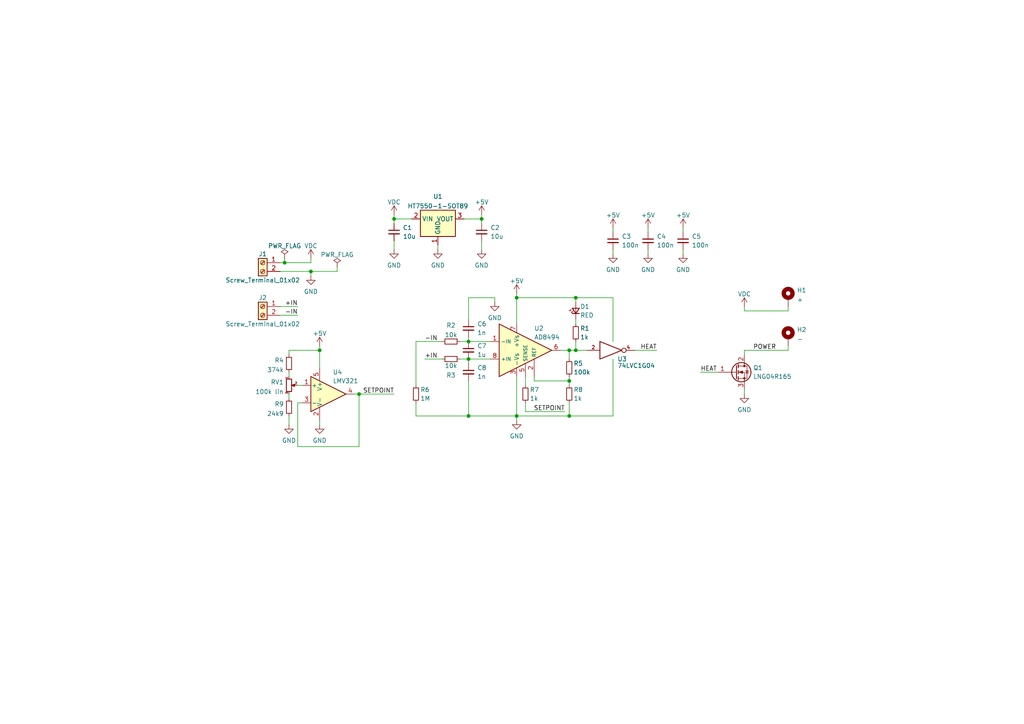
<source format=kicad_sch>
(kicad_sch (version 20211123) (generator eeschema)
  (paper "A4")
  (lib_symbols
    (symbol "74xGxx:74LVC1G04" (pin_names (offset 1.016))
      (property "Reference" "U" (at -2.54 3.81 0))
      (property "Value" "74LVC1G04" (at 0 -3.81 0))
      (symbol "74LVC1G04_0_1"
        (polyline (pts (xy -3.81 2.54) (xy -3.81 -2.54) (xy 2.54 0) (xy -3.81 2.54)) (stroke (width 0.254)))
      )
      (symbol "74LVC1G04_1_1"
        (pin input line (at -7.62 0 0) (length 3.81) (name "~") (number "2"))
        (pin power_in line (at 0 -2.54 270) (length 0) hide (name "GND") (number "3"))
        (pin output inverted (at 6.35 0 180) (length 3.81) (name "~") (number "4"))
        (pin power_in line (at 0 2.54 90) (length 0) hide (name "VCC") (number "5"))
      )
    )
    (symbol "Amplifier_Operational:LMV321" (pin_names (offset 0.127))
      (property "Reference" "U" (at 0 5.08 0))
      (property "Value" "LMV321" (at 0 -5.08 0))
      (symbol "LMV321_0_1"
        (polyline (pts (xy -5.08 5.08) (xy 5.08 0) (xy -5.08 -5.08) (xy -5.08 5.08)) (stroke (width 0.254)) (fill (type background)))
        (pin power_in line (at -2.54 -7.62 90) (length 3.81) (name "V-") (number "2"))
        (pin power_in line (at -2.54 7.62 270) (length 3.81) (name "V+") (number "5"))
      )
      (symbol "LMV321_1_1"
        (pin input line (at -7.62 2.54 0) (length 2.54) (name "+") (number "1"))
        (pin input line (at -7.62 -2.54 0) (length 2.54) (name "-") (number "3"))
        (pin output line (at 7.62 0 180) (length 2.54) (name "~") (number "4"))
      )
    )
    (symbol "Connector:Screw_Terminal_01x02" (pin_names (offset 1.016) hide)
      (property "Reference" "J" (at 0 2.54 0))
      (property "Value" "Screw_Terminal_01x02" (at 0 -5.08 0))
      (symbol "Screw_Terminal_01x02_1_1"
        (rectangle (start -1.27 1.27) (end 1.27 -3.81) (stroke (width 0.254)) (fill (type background)))
        (circle (center 0 -2.54) (radius 0.635) (stroke (width 0.1524)))
        (polyline (pts (xy -0.5334 -2.2098) (xy 0.3302 -3.048)) (stroke (width 0.1524)))
        (polyline (pts (xy -0.5334 0.3302) (xy 0.3302 -0.508)) (stroke (width 0.1524)))
        (polyline (pts (xy -0.3556 -2.032) (xy 0.508 -2.8702)) (stroke (width 0.1524)))
        (polyline (pts (xy -0.3556 0.508) (xy 0.508 -0.3302)) (stroke (width 0.1524)))
        (circle (center 0 0) (radius 0.635) (stroke (width 0.1524)))
        (pin passive line (at -5.08 0 0) (length 3.81) (name "Pin_1") (number "1"))
        (pin passive line (at -5.08 -2.54 0) (length 3.81) (name "Pin_2") (number "2"))
      )
    )
    (symbol "Device:C_Small" (pin_numbers hide) (pin_names (offset 0.254) hide)
      (property "Reference" "C" (at 0.254 1.778 0))
      (property "Value" "C_Small" (at 0.254 -2.032 0))
      (symbol "C_Small_0_1"
        (polyline (pts (xy -1.524 -0.508) (xy 1.524 -0.508)) (stroke (width 0.3302)))
        (polyline (pts (xy -1.524 0.508) (xy 1.524 0.508)) (stroke (width 0.3048)))
      )
      (symbol "C_Small_1_1"
        (pin passive line (at 0 2.54 270) (length 2.032) (name "~") (number "1"))
        (pin passive line (at 0 -2.54 90) (length 2.032) (name "~") (number "2"))
      )
    )
    (symbol "Device:LED_Small" (pin_numbers hide) (pin_names (offset 0.254) hide)
      (property "Reference" "D" (at -1.27 3.175 0))
      (property "Value" "LED_Small" (at -4.445 -2.54 0))
      (symbol "LED_Small_0_1"
        (polyline (pts (xy -0.762 -1.016) (xy -0.762 1.016)) (stroke (width 0.254)))
        (polyline (pts (xy 1.016 0) (xy -0.762 0)))
        (polyline (pts (xy 0.762 -1.016) (xy -0.762 0) (xy 0.762 1.016) (xy 0.762 -1.016)) (stroke (width 0.254)))
        (polyline (pts (xy 0 0.762) (xy -0.508 1.27) (xy -0.254 1.27) (xy -0.508 1.27) (xy -0.508 1.016)))
        (polyline (pts (xy 0.508 1.27) (xy 0 1.778) (xy 0.254 1.778) (xy 0 1.778) (xy 0 1.524)))
      )
      (symbol "LED_Small_1_1"
        (pin passive line (at -2.54 0 0) (length 1.778) (name "K") (number "1"))
        (pin passive line (at 2.54 0 180) (length 1.778) (name "A") (number "2"))
      )
    )
    (symbol "Device:Q_NMOS_GDS" (pin_names (offset 0) hide)
      (property "Reference" "Q" (at 5.08 1.27 0))
      (property "Value" "Q_NMOS_GDS" (at 5.08 -1.27 0))
      (symbol "Q_NMOS_GDS_0_1"
        (polyline (pts (xy 0.254 0) (xy -2.54 0)))
        (polyline (pts (xy 0.254 1.905) (xy 0.254 -1.905)) (stroke (width 0.254)))
        (polyline (pts (xy 0.762 -1.27) (xy 0.762 -2.286)) (stroke (width 0.254)))
        (polyline (pts (xy 0.762 0.508) (xy 0.762 -0.508)) (stroke (width 0.254)))
        (polyline (pts (xy 0.762 2.286) (xy 0.762 1.27)) (stroke (width 0.254)))
        (polyline (pts (xy 2.54 2.54) (xy 2.54 1.778)))
        (polyline (pts (xy 2.54 -2.54) (xy 2.54 0) (xy 0.762 0)))
        (polyline (pts (xy 0.762 -1.778) (xy 3.302 -1.778) (xy 3.302 1.778) (xy 0.762 1.778)))
        (polyline (pts (xy 1.016 0) (xy 2.032 0.381) (xy 2.032 -0.381) (xy 1.016 0)) (fill (type outline)))
        (polyline (pts (xy 2.794 0.508) (xy 2.921 0.381) (xy 3.683 0.381) (xy 3.81 0.254)))
        (polyline (pts (xy 3.302 0.381) (xy 2.921 -0.254) (xy 3.683 -0.254) (xy 3.302 0.381)))
        (circle (center 1.651 0) (radius 2.794) (stroke (width 0.254)))
        (circle (center 2.54 -1.778) (radius 0.254) (fill (type outline)))
        (circle (center 2.54 1.778) (radius 0.254) (fill (type outline)))
      )
      (symbol "Q_NMOS_GDS_1_1"
        (pin input line (at -5.08 0 0) (length 2.54) (name "G") (number "1"))
        (pin passive line (at 2.54 5.08 270) (length 2.54) (name "D") (number "2"))
        (pin passive line (at 2.54 -5.08 90) (length 2.54) (name "S") (number "3"))
      )
    )
    (symbol "Device:R_Potentiometer_Small" (pin_names (offset 1.016) hide)
      (property "Reference" "RV" (at -4.445 0 90))
      (property "Value" "R_Potentiometer_Small" (at -2.54 0 90))
      (symbol "R_Potentiometer_Small_0_1"
        (polyline (pts (xy 0.889 0) (xy 0.635 0) (xy 1.651 0.381) (xy 1.651 -0.381) (xy 0.635 0) (xy 0.889 0)) (fill (type outline)))
        (rectangle (start 0.762 1.8034) (end -0.762 -1.8034) (stroke (width 0.254)))
      )
      (symbol "R_Potentiometer_Small_1_1"
        (pin passive line (at 0 2.54 270) (length 0.635) (name "1") (number "1"))
        (pin passive line (at 2.54 0 180) (length 0.9906) (name "2") (number "2"))
        (pin passive line (at 0 -2.54 90) (length 0.635) (name "3") (number "3"))
      )
    )
    (symbol "Device:R_Small" (pin_numbers hide) (pin_names (offset 0.254) hide)
      (property "Reference" "R" (at 0.762 0.508 0))
      (property "Value" "R_Small" (at 0.762 -1.016 0))
      (symbol "R_Small_0_1"
        (rectangle (start -0.762 1.778) (end 0.762 -1.778) (stroke (width 0.2032)))
      )
      (symbol "R_Small_1_1"
        (pin passive line (at 0 2.54 270) (length 0.762) (name "~") (number "1"))
        (pin passive line (at 0 -2.54 90) (length 0.762) (name "~") (number "2"))
      )
    )
    (symbol "Mechanical:MountingHole_Pad" (pin_numbers hide) (pin_names (offset 1.016) hide)
      (property "Reference" "H" (at 0 6.35 0))
      (property "Value" "MountingHole_Pad" (at 0 4.445 0))
      (symbol "MountingHole_Pad_0_1"
        (circle (center 0 1.27) (radius 1.27) (stroke (width 1.27)))
      )
      (symbol "MountingHole_Pad_1_1"
        (pin input line (at 0 -2.54 90) (length 2.54) (name "1") (number "1"))
      )
    )
    (symbol "Regulator_Linear:HT75xx-1-SOT89"
      (property "Reference" "U" (at -5.08 -3.81 0))
      (property "Value" "HT75xx-1-SOT89" (at 0 6.35 0))
      (symbol "HT75xx-1-SOT89_0_1"
        (rectangle (start -5.08 5.08) (end 5.08 -2.54) (stroke (width 0.254)) (fill (type background)))
      )
      (symbol "HT75xx-1-SOT89_1_1"
        (pin power_in line (at 0 -5.08 90) (length 2.54) (name "GND") (number "1"))
        (pin power_in line (at -7.62 2.54 0) (length 2.54) (name "VIN") (number "2"))
        (pin power_out line (at 7.62 2.54 180) (length 2.54) (name "VOUT") (number "3"))
      )
    )
    (symbol "Sensor_Temperature:AD8494"
      (property "Reference" "U" (at 5.08 3.81 0))
      (property "Value" "AD8494" (at 8.89 -3.81 0))
      (symbol "AD8494_0_1"
        (polyline (pts (xy -7.62 7.62) (xy 7.62 0) (xy -7.62 -7.62) (xy -7.62 7.62)) (stroke (width 0.254)) (fill (type background)))
      )
      (symbol "AD8494_1_1"
        (pin input line (at -10.16 2.54 0) (length 2.54) (name "-IN") (number "1"))
        (pin input line (at 2.54 -7.62 90) (length 5.08) (name "REF") (number "2"))
        (pin power_in line (at -2.54 -7.62 90) (length 2.54) (name "-Vs") (number "3"))
        (pin no_connect line (at -5.08 0 180) (length 2.54) hide (name "NC") (number "4"))
        (pin passive line (at 0 -7.62 90) (length 3.81) (name "SENSE") (number "5"))
        (pin output line (at 10.16 0 180) (length 2.54) (name "~") (number "6"))
        (pin power_in line (at -2.54 7.62 270) (length 2.54) (name "+Vs") (number "7"))
        (pin input line (at -10.16 -2.54 0) (length 2.54) (name "+IN") (number "8"))
      )
    )
    (symbol "power:+5V" (power) (pin_names (offset 0))
      (property "Value" "+5V" (at 0 3.556 0))
      (symbol "+5V_0_1"
        (polyline (pts (xy -0.762 1.27) (xy 0 2.54)))
        (polyline (pts (xy 0 0) (xy 0 2.54)))
        (polyline (pts (xy 0 2.54) (xy 0.762 1.27)))
      )
      (symbol "+5V_1_1"
        (pin power_in line (at 0 0 90) (length 0) hide (name "+5V") (number "1"))
      )
    )
    (symbol "power:GND" (power) (pin_names (offset 0))
      (property "Value" "GND" (at 0 -3.81 0))
      (symbol "GND_0_1"
        (polyline (pts (xy 0 0) (xy 0 -1.27) (xy 1.27 -1.27) (xy 0 -2.54) (xy -1.27 -1.27) (xy 0 -1.27)))
      )
      (symbol "GND_1_1"
        (pin power_in line (at 0 0 270) (length 0) hide (name "GND") (number "1"))
      )
    )
    (symbol "power:PWR_FLAG" (power) (pin_numbers hide) (pin_names (offset 0) hide)
      (property "Value" "PWR_FLAG" (at 0 3.81 0))
      (symbol "PWR_FLAG_0_0"
        (pin power_out line (at 0 0 90) (length 0) (name "pwr") (number "1"))
      )
      (symbol "PWR_FLAG_0_1"
        (polyline (pts (xy 0 0) (xy 0 1.27) (xy -1.016 1.905) (xy 0 2.54) (xy 1.016 1.905) (xy 0 1.27)))
      )
    )
    (symbol "power:VDC" (power) (pin_names (offset 0))
      (property "Value" "VDC" (at 0 6.35 0))
      (symbol "VDC_0_1"
        (polyline (pts (xy -0.762 1.27) (xy 0 2.54)))
        (polyline (pts (xy 0 0) (xy 0 2.54)))
        (polyline (pts (xy 0 2.54) (xy 0.762 1.27)))
      )
      (symbol "VDC_1_1"
        (pin power_in line (at 0 0 90) (length 0) hide (name "VDC") (number "1"))
      )
    )
  )
  (junction (at 135.89 104.14))
  (junction (at 165.1 110.49))
  (junction (at 92.71 101.6))
  (junction (at 104.14 114.3))
  (junction (at 165.1 120.65))
  (junction (at 167.005 86.36))
  (junction (at 165.1 101.6))
  (junction (at 114.3 63.5))
  (junction (at 82.55 76.2))
  (junction (at 149.86 86.36))
  (junction (at 135.89 120.65))
  (junction (at 90.17 78.74))
  (junction (at 149.86 120.65))
  (junction (at 139.7 63.5))
  (junction (at 167.005 101.6))
  (junction (at 135.89 99.06))
  (wire (pts (xy 133.35 99.06) (xy 135.89 99.06)))
  (wire (pts (xy 152.4 116.84) (xy 152.4 119.38)))
  (wire (pts (xy 152.4 119.38) (xy 163.83 119.38)))
  (wire (pts (xy 135.89 86.36) (xy 143.51 86.36)))
  (wire (pts (xy 90.17 78.74) (xy 81.28 78.74)))
  (wire (pts (xy 177.8 120.65) (xy 165.1 120.65)))
  (wire (pts (xy 114.3 63.5) (xy 114.3 64.77)))
  (wire (pts (xy 90.17 74.93) (xy 90.17 76.2)))
  (wire (pts (xy 165.1 116.84) (xy 165.1 120.65)))
  (wire (pts (xy 83.82 114.3) (xy 83.82 115.57)))
  (wire (pts (xy 167.005 86.36) (xy 167.005 87.63)))
  (wire (pts (xy 114.3 69.85) (xy 114.3 72.39)))
  (wire (pts (xy 177.8 104.14) (xy 177.8 120.65)))
  (wire (pts (xy 133.35 104.14) (xy 135.89 104.14)))
  (wire (pts (xy 187.96 66.04) (xy 187.96 67.31)))
  (wire (pts (xy 97.79 77.47) (xy 97.79 78.74)))
  (wire (pts (xy 135.89 92.71) (xy 135.89 86.36)))
  (wire (pts (xy 143.51 87.63) (xy 143.51 86.36)))
  (wire (pts (xy 167.005 86.36) (xy 177.8 86.36)))
  (wire (pts (xy 139.7 69.85) (xy 139.7 72.39)))
  (wire (pts (xy 83.82 102.87) (xy 83.82 101.6)))
  (wire (pts (xy 154.94 110.49) (xy 165.1 110.49)))
  (wire (pts (xy 228.6 90.17) (xy 228.6 88.9)))
  (wire (pts (xy 165.1 101.6) (xy 165.1 104.14)))
  (wire (pts (xy 92.71 100.33) (xy 92.71 101.6)))
  (wire (pts (xy 135.89 97.79) (xy 135.89 99.06)))
  (wire (pts (xy 102.87 114.3) (xy 104.14 114.3)))
  (wire (pts (xy 215.9 102.87) (xy 215.9 101.6)))
  (wire (pts (xy 228.6 101.6) (xy 228.6 100.33)))
  (wire (pts (xy 165.1 120.65) (xy 149.86 120.65)))
  (wire (pts (xy 135.89 99.06) (xy 142.24 99.06)))
  (wire (pts (xy 152.4 109.22) (xy 152.4 111.76)))
  (wire (pts (xy 135.89 104.14) (xy 142.24 104.14)))
  (wire (pts (xy 165.1 101.6) (xy 167.005 101.6)))
  (wire (pts (xy 82.55 74.93) (xy 82.55 76.2)))
  (wire (pts (xy 81.28 76.2) (xy 82.55 76.2)))
  (wire (pts (xy 167.005 92.71) (xy 167.005 93.98)))
  (wire (pts (xy 135.89 120.65) (xy 149.86 120.65)))
  (wire (pts (xy 134.62 63.5) (xy 139.7 63.5)))
  (wire (pts (xy 198.12 66.04) (xy 198.12 67.31)))
  (wire (pts (xy 177.8 66.04) (xy 177.8 67.31)))
  (wire (pts (xy 81.28 91.44) (xy 86.36 91.44)))
  (wire (pts (xy 149.86 85.09) (xy 149.86 86.36)))
  (wire (pts (xy 114.3 62.23) (xy 114.3 63.5)))
  (wire (pts (xy 104.14 129.54) (xy 104.14 114.3)))
  (wire (pts (xy 135.89 104.14) (xy 135.89 105.41)))
  (wire (pts (xy 120.65 99.06) (xy 128.27 99.06)))
  (wire (pts (xy 104.14 114.3) (xy 114.3 114.3)))
  (wire (pts (xy 162.56 101.6) (xy 165.1 101.6)))
  (wire (pts (xy 92.71 101.6) (xy 92.71 106.68)))
  (wire (pts (xy 97.79 78.74) (xy 90.17 78.74)))
  (wire (pts (xy 90.17 80.01) (xy 90.17 78.74)))
  (wire (pts (xy 149.86 86.36) (xy 167.005 86.36)))
  (wire (pts (xy 120.65 111.76) (xy 120.65 99.06)))
  (wire (pts (xy 187.96 72.39) (xy 187.96 73.66)))
  (wire (pts (xy 139.7 63.5) (xy 139.7 64.77)))
  (wire (pts (xy 120.65 120.65) (xy 135.89 120.65)))
  (wire (pts (xy 86.36 111.76) (xy 87.63 111.76)))
  (wire (pts (xy 149.86 86.36) (xy 149.86 93.98)))
  (wire (pts (xy 123.19 104.14) (xy 128.27 104.14)))
  (wire (pts (xy 167.005 99.06) (xy 167.005 101.6)))
  (wire (pts (xy 215.9 101.6) (xy 228.6 101.6)))
  (wire (pts (xy 86.36 129.54) (xy 104.14 129.54)))
  (wire (pts (xy 165.1 109.22) (xy 165.1 110.49)))
  (wire (pts (xy 81.28 88.9) (xy 86.36 88.9)))
  (wire (pts (xy 154.94 109.22) (xy 154.94 110.49)))
  (wire (pts (xy 87.63 116.84) (xy 86.36 116.84)))
  (wire (pts (xy 184.15 101.6) (xy 190.5 101.6)))
  (wire (pts (xy 120.65 116.84) (xy 120.65 120.65)))
  (wire (pts (xy 177.8 99.06) (xy 177.8 86.36)))
  (wire (pts (xy 86.36 116.84) (xy 86.36 129.54)))
  (wire (pts (xy 83.82 120.65) (xy 83.82 123.19)))
  (wire (pts (xy 215.9 113.03) (xy 215.9 114.3)))
  (wire (pts (xy 139.7 62.23) (xy 139.7 63.5)))
  (wire (pts (xy 215.9 88.9) (xy 215.9 90.17)))
  (wire (pts (xy 215.9 90.17) (xy 228.6 90.17)))
  (wire (pts (xy 92.71 121.92) (xy 92.71 123.19)))
  (wire (pts (xy 198.12 72.39) (xy 198.12 73.66)))
  (wire (pts (xy 167.005 101.6) (xy 170.18 101.6)))
  (wire (pts (xy 135.89 110.49) (xy 135.89 120.65)))
  (wire (pts (xy 149.86 109.22) (xy 149.86 120.65)))
  (wire (pts (xy 177.8 72.39) (xy 177.8 73.66)))
  (wire (pts (xy 149.86 120.65) (xy 149.86 121.92)))
  (wire (pts (xy 83.82 107.95) (xy 83.82 109.22)))
  (wire (pts (xy 114.3 63.5) (xy 119.38 63.5)))
  (wire (pts (xy 83.82 101.6) (xy 92.71 101.6)))
  (wire (pts (xy 165.1 110.49) (xy 165.1 111.76)))
  (wire (pts (xy 127 71.12) (xy 127 72.39)))
  (wire (pts (xy 203.2 107.95) (xy 208.28 107.95)))
  (wire (pts (xy 82.55 76.2) (xy 90.17 76.2)))
  (label "SETPOINT" (at 114.3 114.3 180))
  (label "POWER" (at 218.44 101.6 0))
  (label "-IN" (at 86.36 91.44 180))
  (label "-IN" (at 123.19 99.06 0))
  (label "SETPOINT" (at 163.83 119.38 180))
  (label "+IN" (at 123.19 104.14 0))
  (label "HEAT" (at 203.2 107.95 0))
  (label "HEAT" (at 190.5 101.6 180))
  (label "+IN" (at 86.36 88.9 180))
  (symbol (lib_id "Regulator_Linear:HT75xx-1-SOT89") (at 127 66.04 0) (unit 1)
    (property "Reference" "U1" (at 127 56.9935 0))
    (property "Value" "HT7550-1-SOT89" (at 127 59.7686 0))
    (property "Footprint" "Package_TO_SOT_SMD:SOT-89-3" (effects hide))
    (property "Datasheet" "https://www.holtek.com/documents/10179/116711/HT75xx-1v250.pdf" (effects hide))
    (property "LCSC" "C16106" (effects hide))
  )
  (symbol (lib_id "Mechanical:MountingHole_Pad") (at 228.6 86.36 0) (unit 1)
    (property "Reference" "H1" (at 231.14 84.1815 0) (effects (justify left)))
    (property "Value" "+" (at 231.14 86.9566 0) (effects (justify left)))
    (property "Footprint" "MountingHole:MountingHole_4.3mm_M4_Pad_Via" (effects hide))
  )
  (symbol (lib_id "Device:R_Small") (at 83.82 118.11 0) (mirror x) (unit 1)
    (property "Reference" "R9" (at 82.3214 117.2015 0) (effects (justify right)))
    (property "Value" "24k9" (at 82.3214 119.9766 0) (effects (justify right)))
    (property "Footprint" "Resistor_SMD:R_0402_1005Metric" (effects hide))
    (property "LCSC" "C138027" (effects hide))
  )
  (symbol (lib_id "Connector:Screw_Terminal_01x02") (at 76.2 76.2 0) (mirror y) (unit 1)
    (property "Reference" "J1" (at 76.2 73.66 0))
    (property "Value" "Screw_Terminal_01x02" (at 76.2 81.28 0))
    (property "Footprint" "TerminalBlock_MetzConnect:TerminalBlock_MetzConnect_Type055_RT01502HDWU_1x02_P5.00mm_Horizontal" (effects hide))
    (property "LCSC" "C430621" (effects hide))
  )
  (symbol (lib_id "power:VDC") (at 114.3 62.23 0) (unit 1)
    (property "Reference" "#PWR01" (effects hide))
    (property "Value" "VDC" (at 114.3 58.6255 0))
  )
  (symbol (lib_id "power:GND") (at 83.82 123.19 0) (unit 1)
    (property "Reference" "#PWR020" (effects hide))
    (property "Value" "GND" (at 83.82 127.7525 0))
  )
  (symbol (lib_id "Device:C_Small") (at 198.12 69.85 0) (unit 1)
    (property "Reference" "C5" (at 200.66 68.58 0) (effects (justify left)))
    (property "Value" "100n" (at 200.66 71.12 0) (effects (justify left)))
    (property "Footprint" "Capacitor_SMD:C_0402_1005Metric" (effects hide))
    (property "LCSC" "C1525" (effects hide))
  )
  (symbol (lib_id "Device:R_Small") (at 165.1 114.3 0) (unit 1)
    (property "Reference" "R8" (at 166.37 113.03 0) (effects (justify left)))
    (property "Value" "1k" (at 166.37 115.57 0) (effects (justify left)))
    (property "Footprint" "Resistor_SMD:R_0402_1005Metric" (effects hide))
    (property "LCSC" "C11702" (effects hide))
  )
  (symbol (lib_id "Device:C_Small") (at 135.89 107.95 0) (unit 1)
    (property "Reference" "C8" (at 138.43 106.68 0) (effects (justify left)))
    (property "Value" "1n" (at 138.43 109.22 0) (effects (justify left)))
    (property "Footprint" "Capacitor_SMD:C_0402_1005Metric" (effects hide))
    (property "LCSC" "C1523" (effects hide))
  )
  (symbol (lib_id "Amplifier_Operational:LMV321") (at 95.25 114.3 0) (unit 1)
    (property "Reference" "U4" (at 96.52 107.95 0) (effects (justify left)))
    (property "Value" "LMV321" (at 96.52 110.49 0) (effects (justify left)))
    (property "Footprint" "Package_TO_SOT_SMD:SOT-23-5" (effects hide))
    (property "Datasheet" "http://www.ti.com/lit/ds/symlink/lmv324.pdf" (effects hide))
    (property "LCSC" "C7972" (effects hide))
  )
  (symbol (lib_id "Device:R_Small") (at 152.4 114.3 0) (unit 1)
    (property "Reference" "R7" (at 153.67 113.03 0) (effects (justify left)))
    (property "Value" "1k" (at 153.67 115.57 0) (effects (justify left)))
    (property "Footprint" "Resistor_SMD:R_0402_1005Metric" (effects hide))
    (property "LCSC" "C11702" (effects hide))
  )
  (symbol (lib_id "Mechanical:MountingHole_Pad") (at 228.6 97.79 0) (unit 1)
    (property "Reference" "H2" (at 231.14 95.6115 0) (effects (justify left)))
    (property "Value" "-" (at 231.14 98.3866 0) (effects (justify left)))
    (property "Footprint" "MountingHole:MountingHole_4.3mm_M4_Pad_Via" (effects hide))
  )
  (symbol (lib_id "power:GND") (at 187.96 73.66 0) (unit 1)
    (property "Reference" "#PWR010" (effects hide))
    (property "Value" "GND" (at 187.96 78.2225 0))
  )
  (symbol (lib_id "power:GND") (at 149.86 121.92 0) (unit 1)
    (property "Reference" "#PWR019" (effects hide))
    (property "Value" "GND" (at 149.86 126.4825 0))
  )
  (symbol (lib_id "Device:LED_Small") (at 167.005 90.17 90) (unit 1)
    (property "Reference" "D1" (at 168.275 88.9 90) (effects (justify right)))
    (property "Value" "RED" (at 168.275 91.44 90) (effects (justify right)))
    (property "Footprint" "LED_SMD:LED_0805_2012Metric" (effects hide))
    (property "LCSC" "C84256" (effects hide))
  )
  (symbol (lib_id "power:VDC") (at 90.17 74.93 0) (unit 1)
    (property "Reference" "#PWR012" (effects hide))
    (property "Value" "VDC" (at 90.17 71.3255 0))
  )
  (symbol (lib_id "Device:R_Small") (at 130.81 104.14 270) (unit 1)
    (property "Reference" "R3" (at 130.81 108.8431 90))
    (property "Value" "10k" (at 130.81 106.068 90))
    (property "Footprint" "Resistor_SMD:R_0402_1005Metric" (effects hide))
    (property "LCSC" "C25744" (effects hide))
  )
  (symbol (lib_id "power:+5V") (at 198.12 66.04 0) (unit 1)
    (property "Reference" "#PWR05" (effects hide))
    (property "Value" "+5V" (at 198.12 62.4355 0))
  )
  (symbol (lib_id "Device:C_Small") (at 187.96 69.85 0) (unit 1)
    (property "Reference" "C4" (at 190.5 68.58 0) (effects (justify left)))
    (property "Value" "100n" (at 190.5 71.12 0) (effects (justify left)))
    (property "Footprint" "Capacitor_SMD:C_0402_1005Metric" (effects hide))
    (property "LCSC" "C1525" (effects hide))
  )
  (symbol (lib_id "Connector:Screw_Terminal_01x02") (at 76.2 88.9 0) (mirror y) (unit 1)
    (property "Reference" "J2" (at 76.2 86.36 0))
    (property "Value" "Screw_Terminal_01x02" (at 76.2 93.98 0))
    (property "Footprint" "TerminalBlock_MetzConnect:TerminalBlock_MetzConnect_Type055_RT01502HDWU_1x02_P5.00mm_Horizontal" (effects hide))
    (property "LCSC" "C430621" (effects hide))
  )
  (symbol (lib_id "Device:R_Small") (at 120.65 114.3 0) (unit 1)
    (property "Reference" "R6" (at 121.92 113.03 0) (effects (justify left)))
    (property "Value" "1M" (at 121.92 115.57 0) (effects (justify left)))
    (property "Footprint" "Resistor_SMD:R_0402_1005Metric" (effects hide))
    (property "LCSC" "C26083" (effects hide))
  )
  (symbol (lib_id "power:+5V") (at 187.96 66.04 0) (unit 1)
    (property "Reference" "#PWR04" (effects hide))
    (property "Value" "+5V" (at 187.96 62.4355 0))
  )
  (symbol (lib_id "power:PWR_FLAG") (at 82.55 74.93 0) (unit 1)
    (property "Reference" "#FLG01" (effects hide))
    (property "Value" "PWR_FLAG" (at 82.55 71.3255 0))
  )
  (symbol (lib_id "Device:R_Small") (at 165.1 106.68 0) (unit 1)
    (property "Reference" "R5" (at 166.37 105.41 0) (effects (justify left)))
    (property "Value" "100k" (at 166.37 107.95 0) (effects (justify left)))
    (property "Footprint" "Resistor_SMD:R_0402_1005Metric" (effects hide))
    (property "LCSC" "C25741" (effects hide))
  )
  (symbol (lib_id "power:GND") (at 215.9 114.3 0) (unit 1)
    (property "Reference" "#PWR018" (effects hide))
    (property "Value" "GND" (at 215.9 118.8625 0))
  )
  (symbol (lib_id "Device:C_Small") (at 114.3 67.31 0) (unit 1)
    (property "Reference" "C1" (at 116.84 66.04 0) (effects (justify left)))
    (property "Value" "10u" (at 116.84 68.58 0) (effects (justify left)))
    (property "Footprint" "Capacitor_SMD:C_0805_2012Metric" (effects hide))
    (property "LCSC" "C440198" (effects hide))
  )
  (symbol (lib_id "Sensor_Temperature:AD8494") (at 152.4 101.6 0) (unit 1)
    (property "Reference" "U2" (at 154.94 95.25 0) (effects (justify left)))
    (property "Value" "AD8494" (at 154.94 97.79 0) (effects (justify left)))
    (property "Footprint" "Package_SO:MSOP-8_3x3mm_P0.65mm" (effects hide))
    (property "Datasheet" "https://www.analog.com/media/en/technical-documentation/data-sheets/ad8494_8495_8496_8497.pdf" (effects hide))
  )
  (symbol (lib_id "power:GND") (at 139.7 72.39 0) (unit 1)
    (property "Reference" "#PWR08" (effects hide))
    (property "Value" "GND" (at 139.7 76.9525 0))
  )
  (symbol (lib_id "power:PWR_FLAG") (at 97.79 77.47 0) (unit 1)
    (property "Reference" "#FLG02" (effects hide))
    (property "Value" "PWR_FLAG" (at 97.79 73.8655 0))
  )
  (symbol (lib_id "power:VDC") (at 215.9 88.9 0) (unit 1)
    (property "Reference" "#PWR016" (effects hide))
    (property "Value" "VDC" (at 215.9 85.2955 0))
  )
  (symbol (lib_id "power:+5V") (at 139.7 62.23 0) (unit 1)
    (property "Reference" "#PWR02" (effects hide))
    (property "Value" "+5V" (at 139.7 58.6255 0))
  )
  (symbol (lib_id "Device:C_Small") (at 135.89 101.6 0) (unit 1)
    (property "Reference" "C7" (at 138.43 100.33 0) (effects (justify left)))
    (property "Value" "1u" (at 138.43 102.87 0) (effects (justify left)))
    (property "Footprint" "Capacitor_SMD:C_0402_1005Metric" (effects hide))
    (property "LCSC" "C52923" (effects hide))
  )
  (symbol (lib_id "Device:R_Small") (at 130.81 99.06 90) (unit 1)
    (property "Reference" "R2" (at 130.81 94.3569 90))
    (property "Value" "10k" (at 130.81 97.132 90))
    (property "Footprint" "Resistor_SMD:R_0402_1005Metric" (effects hide))
    (property "LCSC" "C25744" (effects hide))
  )
  (symbol (lib_id "power:GND") (at 177.8 73.66 0) (unit 1)
    (property "Reference" "#PWR09" (effects hide))
    (property "Value" "GND" (at 177.8 78.2225 0))
  )
  (symbol (lib_id "power:GND") (at 127 72.39 0) (unit 1)
    (property "Reference" "#PWR07" (effects hide))
    (property "Value" "GND" (at 127 76.9525 0))
  )
  (symbol (lib_id "power:GND") (at 198.12 73.66 0) (unit 1)
    (property "Reference" "#PWR011" (effects hide))
    (property "Value" "GND" (at 198.12 78.2225 0))
  )
  (symbol (lib_id "power:GND") (at 114.3 72.39 0) (unit 1)
    (property "Reference" "#PWR06" (effects hide))
    (property "Value" "GND" (at 114.3 76.9525 0))
  )
  (symbol (lib_id "Device:C_Small") (at 139.7 67.31 0) (unit 1)
    (property "Reference" "C2" (at 142.24 66.04 0) (effects (justify left)))
    (property "Value" "10u" (at 142.24 68.58 0) (effects (justify left)))
    (property "Footprint" "Capacitor_SMD:C_0402_1005Metric" (effects hide))
    (property "LCSC" "C15525" (effects hide))
  )
  (symbol (lib_id "Device:R_Small") (at 167.005 96.52 0) (unit 1)
    (property "Reference" "R1" (at 168.275 95.25 0) (effects (justify left)))
    (property "Value" "1k" (at 168.275 97.79 0) (effects (justify left)))
    (property "Footprint" "Resistor_SMD:R_0402_1005Metric" (effects hide))
    (property "LCSC" "C11702" (effects hide))
  )
  (symbol (lib_id "Device:R_Small") (at 83.82 105.41 0) (mirror x) (unit 1)
    (property "Reference" "R4" (at 82.3214 104.5015 0) (effects (justify right)))
    (property "Value" "374k" (at 82.3214 107.2766 0) (effects (justify right)))
    (property "Footprint" "Resistor_SMD:R_0402_1005Metric" (effects hide))
    (property "LCSC" "C25781" (effects hide))
  )
  (symbol (lib_id "power:+5V") (at 92.71 100.33 0) (unit 1)
    (property "Reference" "#PWR017" (effects hide))
    (property "Value" "+5V" (at 92.71 96.7255 0))
  )
  (symbol (lib_id "Device:Q_NMOS_GDS") (at 213.36 107.95 0) (unit 1)
    (property "Reference" "Q1" (at 218.44 106.68 0) (effects (justify left)))
    (property "Value" "LNG04R165" (at 218.44 109.22 0) (effects (justify left)))
    (property "Footprint" "Package_TO_SOT_SMD:TO-252-2" (effects hide))
    (property "Datasheet" "https://datasheet.lcsc.com/lcsc/2003181936_LONTEN-LNG04R165_C483663.pdf" (effects hide))
    (property "LCSC" "C483663" (effects hide))
  )
  (symbol (lib_id "power:+5V") (at 149.86 85.09 0) (unit 1)
    (property "Reference" "#PWR014" (effects hide))
    (property "Value" "+5V" (at 149.86 81.4855 0))
  )
  (symbol (lib_id "power:GND") (at 143.51 87.63 0) (unit 1)
    (property "Reference" "#PWR015" (effects hide))
    (property "Value" "GND" (at 143.51 92.1925 0))
  )
  (symbol (lib_id "Device:R_Potentiometer_Small") (at 83.82 111.76 0) (unit 1)
    (property "Reference" "RV1" (at 82.2961 110.8515 0) (effects (justify right)))
    (property "Value" "100k lin" (at 82.2961 113.6266 0) (effects (justify right)))
    (property "Footprint" "Potentiometer_THT:Potentiometer_Piher_PT-10-V10_Vertical" (effects hide))
  )
  (symbol (lib_id "74xGxx:74LVC1G04") (at 177.8 101.6 0) (unit 1)
    (property "Reference" "U3" (at 179.07 104.14 0) (effects (justify left)))
    (property "Value" "74LVC1G04" (at 179.07 106.045 0) (effects (justify left)))
    (property "Footprint" "Package_TO_SOT_SMD:SOT-353_SC-70-5" (effects hide))
    (property "Datasheet" "http://www.ti.com/lit/sg/scyt129e/scyt129e.pdf" (effects hide))
    (property "LCSC" "C10237" (effects hide))
  )
  (symbol (lib_id "Device:C_Small") (at 135.89 95.25 0) (unit 1)
    (property "Reference" "C6" (at 138.43 93.98 0) (effects (justify left)))
    (property "Value" "1n" (at 138.43 96.52 0) (effects (justify left)))
    (property "Footprint" "Capacitor_SMD:C_0402_1005Metric" (effects hide))
    (property "LCSC" "C1523" (effects hide))
  )
  (symbol (lib_id "power:GND") (at 90.17 80.01 0) (unit 1)
    (property "Reference" "#PWR013" (effects hide))
    (property "Value" "GND" (at 90.17 84.5725 0))
  )
  (symbol (lib_id "Device:C_Small") (at 177.8 69.85 0) (unit 1)
    (property "Reference" "C3" (at 180.34 68.58 0) (effects (justify left)))
    (property "Value" "100n" (at 180.34 71.12 0) (effects (justify left)))
    (property "Footprint" "Capacitor_SMD:C_0402_1005Metric" (effects hide))
    (property "LCSC" "C1525" (effects hide))
  )
  (symbol (lib_id "power:GND") (at 92.71 123.19 0) (unit 1)
    (property "Reference" "#PWR021" (effects hide))
    (property "Value" "GND" (at 92.71 127.7525 0))
  )
  (symbol (lib_id "power:+5V") (at 177.8 66.04 0) (unit 1)
    (property "Reference" "#PWR03" (effects hide))
    (property "Value" "+5V" (at 177.8 62.4355 0))
  )
)
</source>
